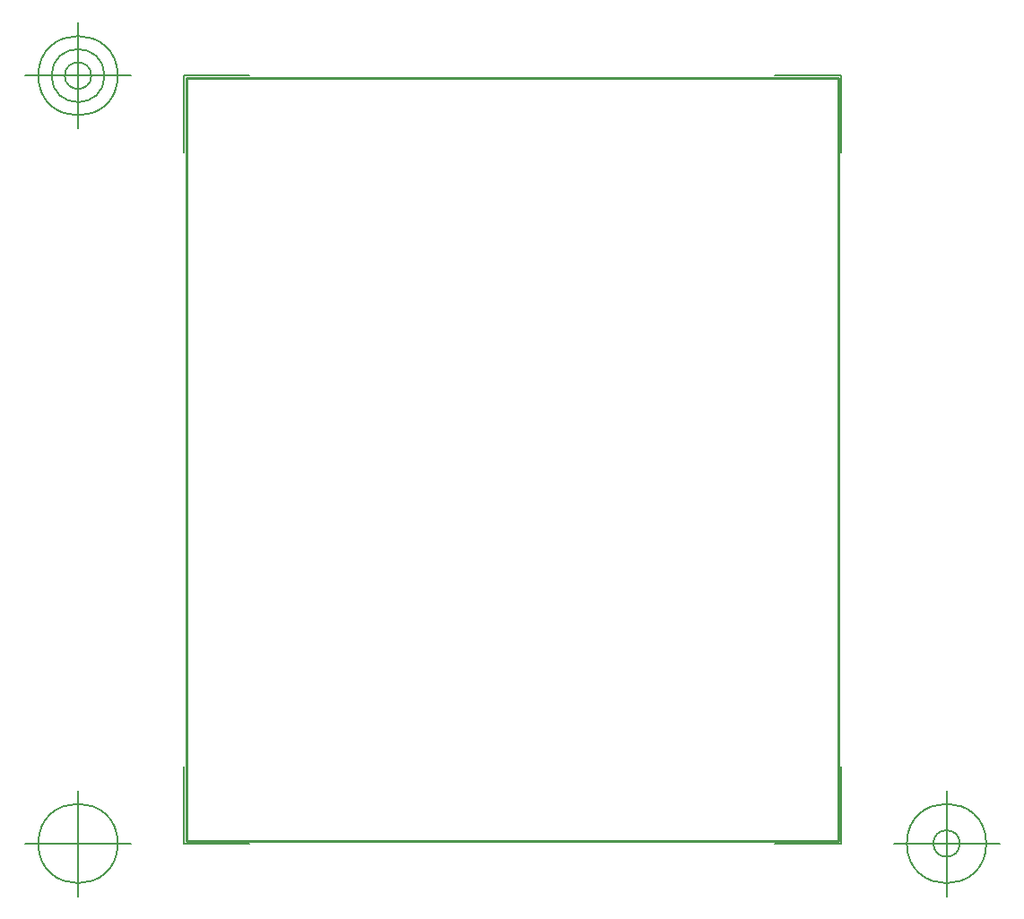
<source format=gbr>
G04 Generated by Ultiboard 13.0 *
%FSLAX25Y25*%
%MOIN*%

%ADD11C,0.01000*%
%ADD12C,0.00500*%


G04 ColorRGB 00FFFF for the following layer *
%LNBoard Outline*%
%LPD*%
G54D10*
G54D11*
X206000Y46535D02*
X448126Y46535D01*
X448126Y330000D01*
X206000Y330000D01*
X206000Y46535D01*
G54D12*
X205000Y45535D02*
X205000Y74082D01*
X205000Y45535D02*
X229413Y45535D01*
X449126Y45535D02*
X424713Y45535D01*
X449126Y45535D02*
X449126Y74082D01*
X449126Y331000D02*
X449126Y302454D01*
X449126Y331000D02*
X424713Y331000D01*
X205000Y331000D02*
X229413Y331000D01*
X205000Y331000D02*
X205000Y302454D01*
X185315Y45535D02*
X145945Y45535D01*
X165630Y25850D02*
X165630Y65220D01*
X150866Y45535D02*
G75*
D01*
G02X150866Y45535I14764J0*
G01*
X468811Y45535D02*
X508181Y45535D01*
X488496Y25850D02*
X488496Y65220D01*
X473732Y45535D02*
G75*
D01*
G02X473732Y45535I14764J0*
G01*
X483575Y45535D02*
G75*
D01*
G02X483575Y45535I4921J0*
G01*
X185315Y331000D02*
X145945Y331000D01*
X165630Y311315D02*
X165630Y350685D01*
X150866Y331000D02*
G75*
D01*
G02X150866Y331000I14764J0*
G01*
X155787Y331000D02*
G75*
D01*
G02X155787Y331000I9843J0*
G01*
X160709Y331000D02*
G75*
D01*
G02X160709Y331000I4921J0*
G01*

M02*

</source>
